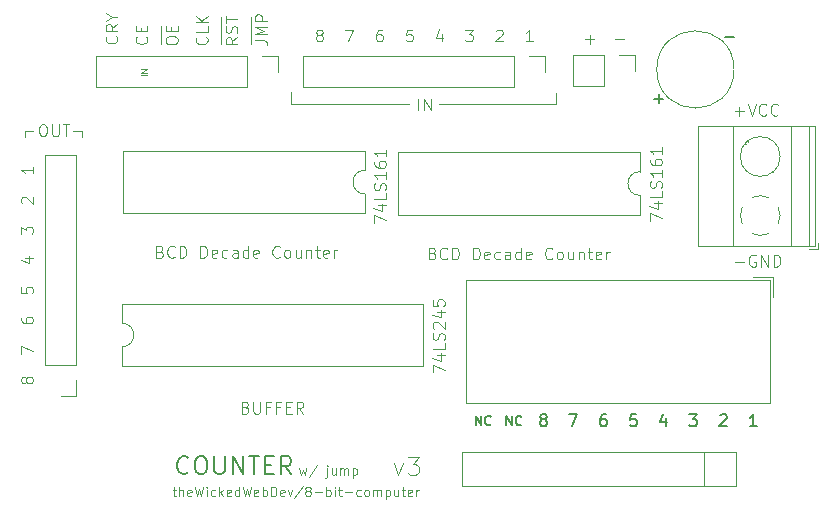
<source format=gbr>
%TF.GenerationSoftware,KiCad,Pcbnew,(5.1.9-0-10_14)*%
%TF.CreationDate,2021-06-29T22:32:57-04:00*%
%TF.ProjectId,COUNTER,434f554e-5445-4522-9e6b-696361645f70,rev?*%
%TF.SameCoordinates,Original*%
%TF.FileFunction,Legend,Top*%
%TF.FilePolarity,Positive*%
%FSLAX46Y46*%
G04 Gerber Fmt 4.6, Leading zero omitted, Abs format (unit mm)*
G04 Created by KiCad (PCBNEW (5.1.9-0-10_14)) date 2021-06-29 22:32:57*
%MOMM*%
%LPD*%
G01*
G04 APERTURE LIST*
%ADD10C,0.100000*%
%ADD11C,0.120000*%
%ADD12C,0.150000*%
G04 APERTURE END LIST*
D10*
X109482071Y-69973071D02*
X109839214Y-70973071D01*
X110196357Y-69973071D01*
X110624928Y-69473071D02*
X111553500Y-69473071D01*
X111053500Y-70044500D01*
X111267785Y-70044500D01*
X111410642Y-70115928D01*
X111482071Y-70187357D01*
X111553500Y-70330214D01*
X111553500Y-70687357D01*
X111482071Y-70830214D01*
X111410642Y-70901642D01*
X111267785Y-70973071D01*
X110839214Y-70973071D01*
X110696357Y-70901642D01*
X110624928Y-70830214D01*
D11*
X94805500Y-32448500D02*
X94805500Y-32194500D01*
X97345500Y-32448500D02*
X97345500Y-32194500D01*
X94805500Y-32448500D02*
X94805500Y-34480500D01*
X97345500Y-32448500D02*
X97345500Y-34480500D01*
X89725500Y-32956500D02*
X89725500Y-34480500D01*
D10*
X85958642Y-33807547D02*
X86006261Y-33855166D01*
X86053880Y-33998023D01*
X86053880Y-34093261D01*
X86006261Y-34236119D01*
X85911023Y-34331357D01*
X85815785Y-34378976D01*
X85625309Y-34426595D01*
X85482452Y-34426595D01*
X85291976Y-34378976D01*
X85196738Y-34331357D01*
X85101500Y-34236119D01*
X85053880Y-34093261D01*
X85053880Y-33998023D01*
X85101500Y-33855166D01*
X85149119Y-33807547D01*
X86053880Y-32807547D02*
X85577690Y-33140880D01*
X86053880Y-33378976D02*
X85053880Y-33378976D01*
X85053880Y-32998023D01*
X85101500Y-32902785D01*
X85149119Y-32855166D01*
X85244357Y-32807547D01*
X85387214Y-32807547D01*
X85482452Y-32855166D01*
X85530071Y-32902785D01*
X85577690Y-32998023D01*
X85577690Y-33378976D01*
X85577690Y-32188500D02*
X86053880Y-32188500D01*
X85053880Y-32521833D02*
X85577690Y-32188500D01*
X85053880Y-31855166D01*
D11*
X123151500Y-39568500D02*
X123151500Y-38618500D01*
X113241500Y-39568500D02*
X123151500Y-39568500D01*
X100721500Y-39568500D02*
X100721500Y-38578500D01*
X110711500Y-39568500D02*
X100721500Y-39568500D01*
D10*
X111507690Y-40090880D02*
X111507690Y-39090880D01*
X111983880Y-40090880D02*
X111983880Y-39090880D01*
X112555309Y-40090880D01*
X112555309Y-39090880D01*
D12*
X131490547Y-39099928D02*
X132252452Y-39099928D01*
X131871500Y-39480880D02*
X131871500Y-38718976D01*
X137460547Y-33899928D02*
X138222452Y-33899928D01*
D10*
X138316738Y-52939928D02*
X139078642Y-52939928D01*
X140078642Y-52368500D02*
X139983404Y-52320880D01*
X139840547Y-52320880D01*
X139697690Y-52368500D01*
X139602452Y-52463738D01*
X139554833Y-52558976D01*
X139507214Y-52749452D01*
X139507214Y-52892309D01*
X139554833Y-53082785D01*
X139602452Y-53178023D01*
X139697690Y-53273261D01*
X139840547Y-53320880D01*
X139935785Y-53320880D01*
X140078642Y-53273261D01*
X140126261Y-53225642D01*
X140126261Y-52892309D01*
X139935785Y-52892309D01*
X140554833Y-53320880D02*
X140554833Y-52320880D01*
X141126261Y-53320880D01*
X141126261Y-52320880D01*
X141602452Y-53320880D02*
X141602452Y-52320880D01*
X141840547Y-52320880D01*
X141983404Y-52368500D01*
X142078642Y-52463738D01*
X142126261Y-52558976D01*
X142173880Y-52749452D01*
X142173880Y-52892309D01*
X142126261Y-53082785D01*
X142078642Y-53178023D01*
X141983404Y-53273261D01*
X141840547Y-53320880D01*
X141602452Y-53320880D01*
X138311976Y-40149928D02*
X139073880Y-40149928D01*
X138692928Y-40530880D02*
X138692928Y-39768976D01*
X139407214Y-39530880D02*
X139740547Y-40530880D01*
X140073880Y-39530880D01*
X140978642Y-40435642D02*
X140931023Y-40483261D01*
X140788166Y-40530880D01*
X140692928Y-40530880D01*
X140550071Y-40483261D01*
X140454833Y-40388023D01*
X140407214Y-40292785D01*
X140359595Y-40102309D01*
X140359595Y-39959452D01*
X140407214Y-39768976D01*
X140454833Y-39673738D01*
X140550071Y-39578500D01*
X140692928Y-39530880D01*
X140788166Y-39530880D01*
X140931023Y-39578500D01*
X140978642Y-39626119D01*
X141978642Y-40435642D02*
X141931023Y-40483261D01*
X141788166Y-40530880D01*
X141692928Y-40530880D01*
X141550071Y-40483261D01*
X141454833Y-40388023D01*
X141407214Y-40292785D01*
X141359595Y-40102309D01*
X141359595Y-39959452D01*
X141407214Y-39768976D01*
X141454833Y-39673738D01*
X141550071Y-39578500D01*
X141692928Y-39530880D01*
X141788166Y-39530880D01*
X141931023Y-39578500D01*
X141978642Y-39626119D01*
D12*
X116372928Y-66750404D02*
X116372928Y-65950404D01*
X116830071Y-66750404D01*
X116830071Y-65950404D01*
X117668166Y-66674214D02*
X117630071Y-66712309D01*
X117515785Y-66750404D01*
X117439595Y-66750404D01*
X117325309Y-66712309D01*
X117249119Y-66636119D01*
X117211023Y-66559928D01*
X117172928Y-66407547D01*
X117172928Y-66293261D01*
X117211023Y-66140880D01*
X117249119Y-66064690D01*
X117325309Y-65988500D01*
X117439595Y-65950404D01*
X117515785Y-65950404D01*
X117630071Y-65988500D01*
X117668166Y-66026595D01*
X118962928Y-66770404D02*
X118962928Y-65970404D01*
X119420071Y-66770404D01*
X119420071Y-65970404D01*
X120258166Y-66694214D02*
X120220071Y-66732309D01*
X120105785Y-66770404D01*
X120029595Y-66770404D01*
X119915309Y-66732309D01*
X119839119Y-66656119D01*
X119801023Y-66579928D01*
X119762928Y-66427547D01*
X119762928Y-66313261D01*
X119801023Y-66160880D01*
X119839119Y-66084690D01*
X119915309Y-66008500D01*
X120029595Y-65970404D01*
X120105785Y-65970404D01*
X120220071Y-66008500D01*
X120258166Y-66046595D01*
X140177214Y-66830880D02*
X139605785Y-66830880D01*
X139891500Y-66830880D02*
X139891500Y-65830880D01*
X139796261Y-65973738D01*
X139701023Y-66068976D01*
X139605785Y-66116595D01*
X137065785Y-65926119D02*
X137113404Y-65878500D01*
X137208642Y-65830880D01*
X137446738Y-65830880D01*
X137541976Y-65878500D01*
X137589595Y-65926119D01*
X137637214Y-66021357D01*
X137637214Y-66116595D01*
X137589595Y-66259452D01*
X137018166Y-66830880D01*
X137637214Y-66830880D01*
X134478166Y-65830880D02*
X135097214Y-65830880D01*
X134763880Y-66211833D01*
X134906738Y-66211833D01*
X135001976Y-66259452D01*
X135049595Y-66307071D01*
X135097214Y-66402309D01*
X135097214Y-66640404D01*
X135049595Y-66735642D01*
X135001976Y-66783261D01*
X134906738Y-66830880D01*
X134621023Y-66830880D01*
X134525785Y-66783261D01*
X134478166Y-66735642D01*
X132461976Y-66164214D02*
X132461976Y-66830880D01*
X132223880Y-65783261D02*
X131985785Y-66497547D01*
X132604833Y-66497547D01*
X129969595Y-65830880D02*
X129493404Y-65830880D01*
X129445785Y-66307071D01*
X129493404Y-66259452D01*
X129588642Y-66211833D01*
X129826738Y-66211833D01*
X129921976Y-66259452D01*
X129969595Y-66307071D01*
X130017214Y-66402309D01*
X130017214Y-66640404D01*
X129969595Y-66735642D01*
X129921976Y-66783261D01*
X129826738Y-66830880D01*
X129588642Y-66830880D01*
X129493404Y-66783261D01*
X129445785Y-66735642D01*
X127381976Y-65830880D02*
X127191500Y-65830880D01*
X127096261Y-65878500D01*
X127048642Y-65926119D01*
X126953404Y-66068976D01*
X126905785Y-66259452D01*
X126905785Y-66640404D01*
X126953404Y-66735642D01*
X127001023Y-66783261D01*
X127096261Y-66830880D01*
X127286738Y-66830880D01*
X127381976Y-66783261D01*
X127429595Y-66735642D01*
X127477214Y-66640404D01*
X127477214Y-66402309D01*
X127429595Y-66307071D01*
X127381976Y-66259452D01*
X127286738Y-66211833D01*
X127096261Y-66211833D01*
X127001023Y-66259452D01*
X126953404Y-66307071D01*
X126905785Y-66402309D01*
X124318166Y-65830880D02*
X124984833Y-65830880D01*
X124556261Y-66830880D01*
X122016261Y-66259452D02*
X121921023Y-66211833D01*
X121873404Y-66164214D01*
X121825785Y-66068976D01*
X121825785Y-66021357D01*
X121873404Y-65926119D01*
X121921023Y-65878500D01*
X122016261Y-65830880D01*
X122206738Y-65830880D01*
X122301976Y-65878500D01*
X122349595Y-65926119D01*
X122397214Y-66021357D01*
X122397214Y-66068976D01*
X122349595Y-66164214D01*
X122301976Y-66211833D01*
X122206738Y-66259452D01*
X122016261Y-66259452D01*
X121921023Y-66307071D01*
X121873404Y-66354690D01*
X121825785Y-66449928D01*
X121825785Y-66640404D01*
X121873404Y-66735642D01*
X121921023Y-66783261D01*
X122016261Y-66830880D01*
X122206738Y-66830880D01*
X122301976Y-66783261D01*
X122349595Y-66735642D01*
X122397214Y-66640404D01*
X122397214Y-66449928D01*
X122349595Y-66354690D01*
X122301976Y-66307071D01*
X122206738Y-66259452D01*
D10*
X112729595Y-52187071D02*
X112872452Y-52234690D01*
X112920071Y-52282309D01*
X112967690Y-52377547D01*
X112967690Y-52520404D01*
X112920071Y-52615642D01*
X112872452Y-52663261D01*
X112777214Y-52710880D01*
X112396261Y-52710880D01*
X112396261Y-51710880D01*
X112729595Y-51710880D01*
X112824833Y-51758500D01*
X112872452Y-51806119D01*
X112920071Y-51901357D01*
X112920071Y-51996595D01*
X112872452Y-52091833D01*
X112824833Y-52139452D01*
X112729595Y-52187071D01*
X112396261Y-52187071D01*
X113967690Y-52615642D02*
X113920071Y-52663261D01*
X113777214Y-52710880D01*
X113681976Y-52710880D01*
X113539119Y-52663261D01*
X113443880Y-52568023D01*
X113396261Y-52472785D01*
X113348642Y-52282309D01*
X113348642Y-52139452D01*
X113396261Y-51948976D01*
X113443880Y-51853738D01*
X113539119Y-51758500D01*
X113681976Y-51710880D01*
X113777214Y-51710880D01*
X113920071Y-51758500D01*
X113967690Y-51806119D01*
X114396261Y-52710880D02*
X114396261Y-51710880D01*
X114634357Y-51710880D01*
X114777214Y-51758500D01*
X114872452Y-51853738D01*
X114920071Y-51948976D01*
X114967690Y-52139452D01*
X114967690Y-52282309D01*
X114920071Y-52472785D01*
X114872452Y-52568023D01*
X114777214Y-52663261D01*
X114634357Y-52710880D01*
X114396261Y-52710880D01*
X116158166Y-52710880D02*
X116158166Y-51710880D01*
X116396261Y-51710880D01*
X116539119Y-51758500D01*
X116634357Y-51853738D01*
X116681976Y-51948976D01*
X116729595Y-52139452D01*
X116729595Y-52282309D01*
X116681976Y-52472785D01*
X116634357Y-52568023D01*
X116539119Y-52663261D01*
X116396261Y-52710880D01*
X116158166Y-52710880D01*
X117539119Y-52663261D02*
X117443880Y-52710880D01*
X117253404Y-52710880D01*
X117158166Y-52663261D01*
X117110547Y-52568023D01*
X117110547Y-52187071D01*
X117158166Y-52091833D01*
X117253404Y-52044214D01*
X117443880Y-52044214D01*
X117539119Y-52091833D01*
X117586738Y-52187071D01*
X117586738Y-52282309D01*
X117110547Y-52377547D01*
X118443880Y-52663261D02*
X118348642Y-52710880D01*
X118158166Y-52710880D01*
X118062928Y-52663261D01*
X118015309Y-52615642D01*
X117967690Y-52520404D01*
X117967690Y-52234690D01*
X118015309Y-52139452D01*
X118062928Y-52091833D01*
X118158166Y-52044214D01*
X118348642Y-52044214D01*
X118443880Y-52091833D01*
X119301023Y-52710880D02*
X119301023Y-52187071D01*
X119253404Y-52091833D01*
X119158166Y-52044214D01*
X118967690Y-52044214D01*
X118872452Y-52091833D01*
X119301023Y-52663261D02*
X119205785Y-52710880D01*
X118967690Y-52710880D01*
X118872452Y-52663261D01*
X118824833Y-52568023D01*
X118824833Y-52472785D01*
X118872452Y-52377547D01*
X118967690Y-52329928D01*
X119205785Y-52329928D01*
X119301023Y-52282309D01*
X120205785Y-52710880D02*
X120205785Y-51710880D01*
X120205785Y-52663261D02*
X120110547Y-52710880D01*
X119920071Y-52710880D01*
X119824833Y-52663261D01*
X119777214Y-52615642D01*
X119729595Y-52520404D01*
X119729595Y-52234690D01*
X119777214Y-52139452D01*
X119824833Y-52091833D01*
X119920071Y-52044214D01*
X120110547Y-52044214D01*
X120205785Y-52091833D01*
X121062928Y-52663261D02*
X120967690Y-52710880D01*
X120777214Y-52710880D01*
X120681976Y-52663261D01*
X120634357Y-52568023D01*
X120634357Y-52187071D01*
X120681976Y-52091833D01*
X120777214Y-52044214D01*
X120967690Y-52044214D01*
X121062928Y-52091833D01*
X121110547Y-52187071D01*
X121110547Y-52282309D01*
X120634357Y-52377547D01*
X122872452Y-52615642D02*
X122824833Y-52663261D01*
X122681976Y-52710880D01*
X122586738Y-52710880D01*
X122443880Y-52663261D01*
X122348642Y-52568023D01*
X122301023Y-52472785D01*
X122253404Y-52282309D01*
X122253404Y-52139452D01*
X122301023Y-51948976D01*
X122348642Y-51853738D01*
X122443880Y-51758500D01*
X122586738Y-51710880D01*
X122681976Y-51710880D01*
X122824833Y-51758500D01*
X122872452Y-51806119D01*
X123443880Y-52710880D02*
X123348642Y-52663261D01*
X123301023Y-52615642D01*
X123253404Y-52520404D01*
X123253404Y-52234690D01*
X123301023Y-52139452D01*
X123348642Y-52091833D01*
X123443880Y-52044214D01*
X123586738Y-52044214D01*
X123681976Y-52091833D01*
X123729595Y-52139452D01*
X123777214Y-52234690D01*
X123777214Y-52520404D01*
X123729595Y-52615642D01*
X123681976Y-52663261D01*
X123586738Y-52710880D01*
X123443880Y-52710880D01*
X124634357Y-52044214D02*
X124634357Y-52710880D01*
X124205785Y-52044214D02*
X124205785Y-52568023D01*
X124253404Y-52663261D01*
X124348642Y-52710880D01*
X124491500Y-52710880D01*
X124586738Y-52663261D01*
X124634357Y-52615642D01*
X125110547Y-52044214D02*
X125110547Y-52710880D01*
X125110547Y-52139452D02*
X125158166Y-52091833D01*
X125253404Y-52044214D01*
X125396261Y-52044214D01*
X125491500Y-52091833D01*
X125539119Y-52187071D01*
X125539119Y-52710880D01*
X125872452Y-52044214D02*
X126253404Y-52044214D01*
X126015309Y-51710880D02*
X126015309Y-52568023D01*
X126062928Y-52663261D01*
X126158166Y-52710880D01*
X126253404Y-52710880D01*
X126967690Y-52663261D02*
X126872452Y-52710880D01*
X126681976Y-52710880D01*
X126586738Y-52663261D01*
X126539119Y-52568023D01*
X126539119Y-52187071D01*
X126586738Y-52091833D01*
X126681976Y-52044214D01*
X126872452Y-52044214D01*
X126967690Y-52091833D01*
X127015309Y-52187071D01*
X127015309Y-52282309D01*
X126539119Y-52377547D01*
X127443880Y-52710880D02*
X127443880Y-52044214D01*
X127443880Y-52234690D02*
X127491500Y-52139452D01*
X127539119Y-52091833D01*
X127634357Y-52044214D01*
X127729595Y-52044214D01*
X78894780Y-44849285D02*
X78894780Y-45420714D01*
X78894780Y-45135000D02*
X77894780Y-45135000D01*
X78037638Y-45230238D01*
X78132876Y-45325476D01*
X78180495Y-45420714D01*
X77990019Y-47960714D02*
X77942400Y-47913095D01*
X77894780Y-47817857D01*
X77894780Y-47579761D01*
X77942400Y-47484523D01*
X77990019Y-47436904D01*
X78085257Y-47389285D01*
X78180495Y-47389285D01*
X78323352Y-47436904D01*
X78894780Y-48008333D01*
X78894780Y-47389285D01*
X77894780Y-50548333D02*
X77894780Y-49929285D01*
X78275733Y-50262619D01*
X78275733Y-50119761D01*
X78323352Y-50024523D01*
X78370971Y-49976904D01*
X78466209Y-49929285D01*
X78704304Y-49929285D01*
X78799542Y-49976904D01*
X78847161Y-50024523D01*
X78894780Y-50119761D01*
X78894780Y-50405476D01*
X78847161Y-50500714D01*
X78799542Y-50548333D01*
X78228114Y-52564523D02*
X78894780Y-52564523D01*
X77847161Y-52802619D02*
X78561447Y-53040714D01*
X78561447Y-52421666D01*
X77894780Y-55056904D02*
X77894780Y-55533095D01*
X78370971Y-55580714D01*
X78323352Y-55533095D01*
X78275733Y-55437857D01*
X78275733Y-55199761D01*
X78323352Y-55104523D01*
X78370971Y-55056904D01*
X78466209Y-55009285D01*
X78704304Y-55009285D01*
X78799542Y-55056904D01*
X78847161Y-55104523D01*
X78894780Y-55199761D01*
X78894780Y-55437857D01*
X78847161Y-55533095D01*
X78799542Y-55580714D01*
X77894780Y-57644523D02*
X77894780Y-57835000D01*
X77942400Y-57930238D01*
X77990019Y-57977857D01*
X78132876Y-58073095D01*
X78323352Y-58120714D01*
X78704304Y-58120714D01*
X78799542Y-58073095D01*
X78847161Y-58025476D01*
X78894780Y-57930238D01*
X78894780Y-57739761D01*
X78847161Y-57644523D01*
X78799542Y-57596904D01*
X78704304Y-57549285D01*
X78466209Y-57549285D01*
X78370971Y-57596904D01*
X78323352Y-57644523D01*
X78275733Y-57739761D01*
X78275733Y-57930238D01*
X78323352Y-58025476D01*
X78370971Y-58073095D01*
X78466209Y-58120714D01*
X77894780Y-60708333D02*
X77894780Y-60041666D01*
X78894780Y-60470238D01*
D11*
X78201500Y-41828500D02*
X78201500Y-42328500D01*
X78941500Y-41828500D02*
X78201500Y-41828500D01*
X83011500Y-41818500D02*
X83011500Y-42318500D01*
X82291500Y-41818500D02*
X83011500Y-41818500D01*
D10*
X121207214Y-34260880D02*
X120635785Y-34260880D01*
X120921500Y-34260880D02*
X120921500Y-33260880D01*
X120826261Y-33403738D01*
X120731023Y-33498976D01*
X120635785Y-33546595D01*
X118095785Y-33356119D02*
X118143404Y-33308500D01*
X118238642Y-33260880D01*
X118476738Y-33260880D01*
X118571976Y-33308500D01*
X118619595Y-33356119D01*
X118667214Y-33451357D01*
X118667214Y-33546595D01*
X118619595Y-33689452D01*
X118048166Y-34260880D01*
X118667214Y-34260880D01*
X115508166Y-33260880D02*
X116127214Y-33260880D01*
X115793880Y-33641833D01*
X115936738Y-33641833D01*
X116031976Y-33689452D01*
X116079595Y-33737071D01*
X116127214Y-33832309D01*
X116127214Y-34070404D01*
X116079595Y-34165642D01*
X116031976Y-34213261D01*
X115936738Y-34260880D01*
X115651023Y-34260880D01*
X115555785Y-34213261D01*
X115508166Y-34165642D01*
X113491976Y-33594214D02*
X113491976Y-34260880D01*
X113253880Y-33213261D02*
X113015785Y-33927547D01*
X113634833Y-33927547D01*
X110999595Y-33260880D02*
X110523404Y-33260880D01*
X110475785Y-33737071D01*
X110523404Y-33689452D01*
X110618642Y-33641833D01*
X110856738Y-33641833D01*
X110951976Y-33689452D01*
X110999595Y-33737071D01*
X111047214Y-33832309D01*
X111047214Y-34070404D01*
X110999595Y-34165642D01*
X110951976Y-34213261D01*
X110856738Y-34260880D01*
X110618642Y-34260880D01*
X110523404Y-34213261D01*
X110475785Y-34165642D01*
X108411976Y-33260880D02*
X108221500Y-33260880D01*
X108126261Y-33308500D01*
X108078642Y-33356119D01*
X107983404Y-33498976D01*
X107935785Y-33689452D01*
X107935785Y-34070404D01*
X107983404Y-34165642D01*
X108031023Y-34213261D01*
X108126261Y-34260880D01*
X108316738Y-34260880D01*
X108411976Y-34213261D01*
X108459595Y-34165642D01*
X108507214Y-34070404D01*
X108507214Y-33832309D01*
X108459595Y-33737071D01*
X108411976Y-33689452D01*
X108316738Y-33641833D01*
X108126261Y-33641833D01*
X108031023Y-33689452D01*
X107983404Y-33737071D01*
X107935785Y-33832309D01*
X105348166Y-33260880D02*
X106014833Y-33260880D01*
X105586261Y-34260880D01*
X88498642Y-33841357D02*
X88546261Y-33888976D01*
X88593880Y-34031833D01*
X88593880Y-34127071D01*
X88546261Y-34269928D01*
X88451023Y-34365166D01*
X88355785Y-34412785D01*
X88165309Y-34460404D01*
X88022452Y-34460404D01*
X87831976Y-34412785D01*
X87736738Y-34365166D01*
X87641500Y-34269928D01*
X87593880Y-34127071D01*
X87593880Y-34031833D01*
X87641500Y-33888976D01*
X87689119Y-33841357D01*
X88070071Y-33412785D02*
X88070071Y-33079452D01*
X88593880Y-32936595D02*
X88593880Y-33412785D01*
X87593880Y-33412785D01*
X87593880Y-32936595D01*
X90143880Y-34246119D02*
X90143880Y-34055642D01*
X90191500Y-33960404D01*
X90286738Y-33865166D01*
X90477214Y-33817547D01*
X90810547Y-33817547D01*
X91001023Y-33865166D01*
X91096261Y-33960404D01*
X91143880Y-34055642D01*
X91143880Y-34246119D01*
X91096261Y-34341357D01*
X91001023Y-34436595D01*
X90810547Y-34484214D01*
X90477214Y-34484214D01*
X90286738Y-34436595D01*
X90191500Y-34341357D01*
X90143880Y-34246119D01*
X90620071Y-33388976D02*
X90620071Y-33055642D01*
X91143880Y-32912785D02*
X91143880Y-33388976D01*
X90143880Y-33388976D01*
X90143880Y-32912785D01*
X101435309Y-70407071D02*
X101587690Y-70940404D01*
X101740071Y-70559452D01*
X101892452Y-70940404D01*
X102044833Y-70407071D01*
X102921023Y-70102309D02*
X102235309Y-71130880D01*
X103797214Y-70407071D02*
X103797214Y-71092785D01*
X103759119Y-71168976D01*
X103682928Y-71207071D01*
X103644833Y-71207071D01*
X103797214Y-70140404D02*
X103759119Y-70178500D01*
X103797214Y-70216595D01*
X103835309Y-70178500D01*
X103797214Y-70140404D01*
X103797214Y-70216595D01*
X104521023Y-70407071D02*
X104521023Y-70940404D01*
X104178166Y-70407071D02*
X104178166Y-70826119D01*
X104216261Y-70902309D01*
X104292452Y-70940404D01*
X104406738Y-70940404D01*
X104482928Y-70902309D01*
X104521023Y-70864214D01*
X104901976Y-70940404D02*
X104901976Y-70407071D01*
X104901976Y-70483261D02*
X104940071Y-70445166D01*
X105016261Y-70407071D01*
X105130547Y-70407071D01*
X105206738Y-70445166D01*
X105244833Y-70521357D01*
X105244833Y-70940404D01*
X105244833Y-70521357D02*
X105282928Y-70445166D01*
X105359119Y-70407071D01*
X105473404Y-70407071D01*
X105549595Y-70445166D01*
X105587690Y-70521357D01*
X105587690Y-70940404D01*
X105968642Y-70407071D02*
X105968642Y-71207071D01*
X105968642Y-70445166D02*
X106044833Y-70407071D01*
X106197214Y-70407071D01*
X106273404Y-70445166D01*
X106311500Y-70483261D01*
X106349595Y-70559452D01*
X106349595Y-70788023D01*
X106311500Y-70864214D01*
X106273404Y-70902309D01*
X106197214Y-70940404D01*
X106044833Y-70940404D01*
X105968642Y-70902309D01*
X79651500Y-41270880D02*
X79841976Y-41270880D01*
X79937214Y-41318500D01*
X80032452Y-41413738D01*
X80080071Y-41604214D01*
X80080071Y-41937547D01*
X80032452Y-42128023D01*
X79937214Y-42223261D01*
X79841976Y-42270880D01*
X79651500Y-42270880D01*
X79556261Y-42223261D01*
X79461023Y-42128023D01*
X79413404Y-41937547D01*
X79413404Y-41604214D01*
X79461023Y-41413738D01*
X79556261Y-41318500D01*
X79651500Y-41270880D01*
X80508642Y-41270880D02*
X80508642Y-42080404D01*
X80556261Y-42175642D01*
X80603880Y-42223261D01*
X80699119Y-42270880D01*
X80889595Y-42270880D01*
X80984833Y-42223261D01*
X81032452Y-42175642D01*
X81080071Y-42080404D01*
X81080071Y-41270880D01*
X81413404Y-41270880D02*
X81984833Y-41270880D01*
X81699119Y-42270880D02*
X81699119Y-41270880D01*
X89649595Y-52047071D02*
X89792452Y-52094690D01*
X89840071Y-52142309D01*
X89887690Y-52237547D01*
X89887690Y-52380404D01*
X89840071Y-52475642D01*
X89792452Y-52523261D01*
X89697214Y-52570880D01*
X89316261Y-52570880D01*
X89316261Y-51570880D01*
X89649595Y-51570880D01*
X89744833Y-51618500D01*
X89792452Y-51666119D01*
X89840071Y-51761357D01*
X89840071Y-51856595D01*
X89792452Y-51951833D01*
X89744833Y-51999452D01*
X89649595Y-52047071D01*
X89316261Y-52047071D01*
X90887690Y-52475642D02*
X90840071Y-52523261D01*
X90697214Y-52570880D01*
X90601976Y-52570880D01*
X90459119Y-52523261D01*
X90363880Y-52428023D01*
X90316261Y-52332785D01*
X90268642Y-52142309D01*
X90268642Y-51999452D01*
X90316261Y-51808976D01*
X90363880Y-51713738D01*
X90459119Y-51618500D01*
X90601976Y-51570880D01*
X90697214Y-51570880D01*
X90840071Y-51618500D01*
X90887690Y-51666119D01*
X91316261Y-52570880D02*
X91316261Y-51570880D01*
X91554357Y-51570880D01*
X91697214Y-51618500D01*
X91792452Y-51713738D01*
X91840071Y-51808976D01*
X91887690Y-51999452D01*
X91887690Y-52142309D01*
X91840071Y-52332785D01*
X91792452Y-52428023D01*
X91697214Y-52523261D01*
X91554357Y-52570880D01*
X91316261Y-52570880D01*
X93078166Y-52570880D02*
X93078166Y-51570880D01*
X93316261Y-51570880D01*
X93459119Y-51618500D01*
X93554357Y-51713738D01*
X93601976Y-51808976D01*
X93649595Y-51999452D01*
X93649595Y-52142309D01*
X93601976Y-52332785D01*
X93554357Y-52428023D01*
X93459119Y-52523261D01*
X93316261Y-52570880D01*
X93078166Y-52570880D01*
X94459119Y-52523261D02*
X94363880Y-52570880D01*
X94173404Y-52570880D01*
X94078166Y-52523261D01*
X94030547Y-52428023D01*
X94030547Y-52047071D01*
X94078166Y-51951833D01*
X94173404Y-51904214D01*
X94363880Y-51904214D01*
X94459119Y-51951833D01*
X94506738Y-52047071D01*
X94506738Y-52142309D01*
X94030547Y-52237547D01*
X95363880Y-52523261D02*
X95268642Y-52570880D01*
X95078166Y-52570880D01*
X94982928Y-52523261D01*
X94935309Y-52475642D01*
X94887690Y-52380404D01*
X94887690Y-52094690D01*
X94935309Y-51999452D01*
X94982928Y-51951833D01*
X95078166Y-51904214D01*
X95268642Y-51904214D01*
X95363880Y-51951833D01*
X96221023Y-52570880D02*
X96221023Y-52047071D01*
X96173404Y-51951833D01*
X96078166Y-51904214D01*
X95887690Y-51904214D01*
X95792452Y-51951833D01*
X96221023Y-52523261D02*
X96125785Y-52570880D01*
X95887690Y-52570880D01*
X95792452Y-52523261D01*
X95744833Y-52428023D01*
X95744833Y-52332785D01*
X95792452Y-52237547D01*
X95887690Y-52189928D01*
X96125785Y-52189928D01*
X96221023Y-52142309D01*
X97125785Y-52570880D02*
X97125785Y-51570880D01*
X97125785Y-52523261D02*
X97030547Y-52570880D01*
X96840071Y-52570880D01*
X96744833Y-52523261D01*
X96697214Y-52475642D01*
X96649595Y-52380404D01*
X96649595Y-52094690D01*
X96697214Y-51999452D01*
X96744833Y-51951833D01*
X96840071Y-51904214D01*
X97030547Y-51904214D01*
X97125785Y-51951833D01*
X97982928Y-52523261D02*
X97887690Y-52570880D01*
X97697214Y-52570880D01*
X97601976Y-52523261D01*
X97554357Y-52428023D01*
X97554357Y-52047071D01*
X97601976Y-51951833D01*
X97697214Y-51904214D01*
X97887690Y-51904214D01*
X97982928Y-51951833D01*
X98030547Y-52047071D01*
X98030547Y-52142309D01*
X97554357Y-52237547D01*
X99792452Y-52475642D02*
X99744833Y-52523261D01*
X99601976Y-52570880D01*
X99506738Y-52570880D01*
X99363880Y-52523261D01*
X99268642Y-52428023D01*
X99221023Y-52332785D01*
X99173404Y-52142309D01*
X99173404Y-51999452D01*
X99221023Y-51808976D01*
X99268642Y-51713738D01*
X99363880Y-51618500D01*
X99506738Y-51570880D01*
X99601976Y-51570880D01*
X99744833Y-51618500D01*
X99792452Y-51666119D01*
X100363880Y-52570880D02*
X100268642Y-52523261D01*
X100221023Y-52475642D01*
X100173404Y-52380404D01*
X100173404Y-52094690D01*
X100221023Y-51999452D01*
X100268642Y-51951833D01*
X100363880Y-51904214D01*
X100506738Y-51904214D01*
X100601976Y-51951833D01*
X100649595Y-51999452D01*
X100697214Y-52094690D01*
X100697214Y-52380404D01*
X100649595Y-52475642D01*
X100601976Y-52523261D01*
X100506738Y-52570880D01*
X100363880Y-52570880D01*
X101554357Y-51904214D02*
X101554357Y-52570880D01*
X101125785Y-51904214D02*
X101125785Y-52428023D01*
X101173404Y-52523261D01*
X101268642Y-52570880D01*
X101411500Y-52570880D01*
X101506738Y-52523261D01*
X101554357Y-52475642D01*
X102030547Y-51904214D02*
X102030547Y-52570880D01*
X102030547Y-51999452D02*
X102078166Y-51951833D01*
X102173404Y-51904214D01*
X102316261Y-51904214D01*
X102411500Y-51951833D01*
X102459119Y-52047071D01*
X102459119Y-52570880D01*
X102792452Y-51904214D02*
X103173404Y-51904214D01*
X102935309Y-51570880D02*
X102935309Y-52428023D01*
X102982928Y-52523261D01*
X103078166Y-52570880D01*
X103173404Y-52570880D01*
X103887690Y-52523261D02*
X103792452Y-52570880D01*
X103601976Y-52570880D01*
X103506738Y-52523261D01*
X103459119Y-52428023D01*
X103459119Y-52047071D01*
X103506738Y-51951833D01*
X103601976Y-51904214D01*
X103792452Y-51904214D01*
X103887690Y-51951833D01*
X103935309Y-52047071D01*
X103935309Y-52142309D01*
X103459119Y-52237547D01*
X104363880Y-52570880D02*
X104363880Y-51904214D01*
X104363880Y-52094690D02*
X104411500Y-51999452D01*
X104459119Y-51951833D01*
X104554357Y-51904214D01*
X104649595Y-51904214D01*
X112743880Y-62287547D02*
X112743880Y-61620880D01*
X113743880Y-62049452D01*
X113077214Y-60811357D02*
X113743880Y-60811357D01*
X112696261Y-61049452D02*
X113410547Y-61287547D01*
X113410547Y-60668500D01*
X113743880Y-59811357D02*
X113743880Y-60287547D01*
X112743880Y-60287547D01*
X113696261Y-59525642D02*
X113743880Y-59382785D01*
X113743880Y-59144690D01*
X113696261Y-59049452D01*
X113648642Y-59001833D01*
X113553404Y-58954214D01*
X113458166Y-58954214D01*
X113362928Y-59001833D01*
X113315309Y-59049452D01*
X113267690Y-59144690D01*
X113220071Y-59335166D01*
X113172452Y-59430404D01*
X113124833Y-59478023D01*
X113029595Y-59525642D01*
X112934357Y-59525642D01*
X112839119Y-59478023D01*
X112791500Y-59430404D01*
X112743880Y-59335166D01*
X112743880Y-59097071D01*
X112791500Y-58954214D01*
X112839119Y-58573261D02*
X112791500Y-58525642D01*
X112743880Y-58430404D01*
X112743880Y-58192309D01*
X112791500Y-58097071D01*
X112839119Y-58049452D01*
X112934357Y-58001833D01*
X113029595Y-58001833D01*
X113172452Y-58049452D01*
X113743880Y-58620880D01*
X113743880Y-58001833D01*
X113077214Y-57144690D02*
X113743880Y-57144690D01*
X112696261Y-57382785D02*
X113410547Y-57620880D01*
X113410547Y-57001833D01*
X112743880Y-56144690D02*
X112743880Y-56620880D01*
X113220071Y-56668500D01*
X113172452Y-56620880D01*
X113124833Y-56525642D01*
X113124833Y-56287547D01*
X113172452Y-56192309D01*
X113220071Y-56144690D01*
X113315309Y-56097071D01*
X113553404Y-56097071D01*
X113648642Y-56144690D01*
X113696261Y-56192309D01*
X113743880Y-56287547D01*
X113743880Y-56525642D01*
X113696261Y-56620880D01*
X113648642Y-56668500D01*
X131143880Y-49427547D02*
X131143880Y-48760880D01*
X132143880Y-49189452D01*
X131477214Y-47951357D02*
X132143880Y-47951357D01*
X131096261Y-48189452D02*
X131810547Y-48427547D01*
X131810547Y-47808500D01*
X132143880Y-46951357D02*
X132143880Y-47427547D01*
X131143880Y-47427547D01*
X132096261Y-46665642D02*
X132143880Y-46522785D01*
X132143880Y-46284690D01*
X132096261Y-46189452D01*
X132048642Y-46141833D01*
X131953404Y-46094214D01*
X131858166Y-46094214D01*
X131762928Y-46141833D01*
X131715309Y-46189452D01*
X131667690Y-46284690D01*
X131620071Y-46475166D01*
X131572452Y-46570404D01*
X131524833Y-46618023D01*
X131429595Y-46665642D01*
X131334357Y-46665642D01*
X131239119Y-46618023D01*
X131191500Y-46570404D01*
X131143880Y-46475166D01*
X131143880Y-46237071D01*
X131191500Y-46094214D01*
X132143880Y-45141833D02*
X132143880Y-45713261D01*
X132143880Y-45427547D02*
X131143880Y-45427547D01*
X131286738Y-45522785D01*
X131381976Y-45618023D01*
X131429595Y-45713261D01*
X131143880Y-44284690D02*
X131143880Y-44475166D01*
X131191500Y-44570404D01*
X131239119Y-44618023D01*
X131381976Y-44713261D01*
X131572452Y-44760880D01*
X131953404Y-44760880D01*
X132048642Y-44713261D01*
X132096261Y-44665642D01*
X132143880Y-44570404D01*
X132143880Y-44379928D01*
X132096261Y-44284690D01*
X132048642Y-44237071D01*
X131953404Y-44189452D01*
X131715309Y-44189452D01*
X131620071Y-44237071D01*
X131572452Y-44284690D01*
X131524833Y-44379928D01*
X131524833Y-44570404D01*
X131572452Y-44665642D01*
X131620071Y-44713261D01*
X131715309Y-44760880D01*
X132143880Y-43237071D02*
X132143880Y-43808500D01*
X132143880Y-43522785D02*
X131143880Y-43522785D01*
X131286738Y-43618023D01*
X131381976Y-43713261D01*
X131429595Y-43808500D01*
X107773880Y-49607547D02*
X107773880Y-48940880D01*
X108773880Y-49369452D01*
X108107214Y-48131357D02*
X108773880Y-48131357D01*
X107726261Y-48369452D02*
X108440547Y-48607547D01*
X108440547Y-47988500D01*
X108773880Y-47131357D02*
X108773880Y-47607547D01*
X107773880Y-47607547D01*
X108726261Y-46845642D02*
X108773880Y-46702785D01*
X108773880Y-46464690D01*
X108726261Y-46369452D01*
X108678642Y-46321833D01*
X108583404Y-46274214D01*
X108488166Y-46274214D01*
X108392928Y-46321833D01*
X108345309Y-46369452D01*
X108297690Y-46464690D01*
X108250071Y-46655166D01*
X108202452Y-46750404D01*
X108154833Y-46798023D01*
X108059595Y-46845642D01*
X107964357Y-46845642D01*
X107869119Y-46798023D01*
X107821500Y-46750404D01*
X107773880Y-46655166D01*
X107773880Y-46417071D01*
X107821500Y-46274214D01*
X108773880Y-45321833D02*
X108773880Y-45893261D01*
X108773880Y-45607547D02*
X107773880Y-45607547D01*
X107916738Y-45702785D01*
X108011976Y-45798023D01*
X108059595Y-45893261D01*
X107773880Y-44464690D02*
X107773880Y-44655166D01*
X107821500Y-44750404D01*
X107869119Y-44798023D01*
X108011976Y-44893261D01*
X108202452Y-44940880D01*
X108583404Y-44940880D01*
X108678642Y-44893261D01*
X108726261Y-44845642D01*
X108773880Y-44750404D01*
X108773880Y-44559928D01*
X108726261Y-44464690D01*
X108678642Y-44417071D01*
X108583404Y-44369452D01*
X108345309Y-44369452D01*
X108250071Y-44417071D01*
X108202452Y-44464690D01*
X108154833Y-44559928D01*
X108154833Y-44750404D01*
X108202452Y-44845642D01*
X108250071Y-44893261D01*
X108345309Y-44940880D01*
X108773880Y-43417071D02*
X108773880Y-43988500D01*
X108773880Y-43702785D02*
X107773880Y-43702785D01*
X107916738Y-43798023D01*
X108011976Y-43893261D01*
X108059595Y-43988500D01*
X96889595Y-65237071D02*
X97032452Y-65284690D01*
X97080071Y-65332309D01*
X97127690Y-65427547D01*
X97127690Y-65570404D01*
X97080071Y-65665642D01*
X97032452Y-65713261D01*
X96937214Y-65760880D01*
X96556261Y-65760880D01*
X96556261Y-64760880D01*
X96889595Y-64760880D01*
X96984833Y-64808500D01*
X97032452Y-64856119D01*
X97080071Y-64951357D01*
X97080071Y-65046595D01*
X97032452Y-65141833D01*
X96984833Y-65189452D01*
X96889595Y-65237071D01*
X96556261Y-65237071D01*
X97556261Y-64760880D02*
X97556261Y-65570404D01*
X97603880Y-65665642D01*
X97651500Y-65713261D01*
X97746738Y-65760880D01*
X97937214Y-65760880D01*
X98032452Y-65713261D01*
X98080071Y-65665642D01*
X98127690Y-65570404D01*
X98127690Y-64760880D01*
X98937214Y-65237071D02*
X98603880Y-65237071D01*
X98603880Y-65760880D02*
X98603880Y-64760880D01*
X99080071Y-64760880D01*
X99794357Y-65237071D02*
X99461023Y-65237071D01*
X99461023Y-65760880D02*
X99461023Y-64760880D01*
X99937214Y-64760880D01*
X100318166Y-65237071D02*
X100651500Y-65237071D01*
X100794357Y-65760880D02*
X100318166Y-65760880D01*
X100318166Y-64760880D01*
X100794357Y-64760880D01*
X101794357Y-65760880D02*
X101461023Y-65284690D01*
X101222928Y-65760880D02*
X101222928Y-64760880D01*
X101603880Y-64760880D01*
X101699119Y-64808500D01*
X101746738Y-64856119D01*
X101794357Y-64951357D01*
X101794357Y-65094214D01*
X101746738Y-65189452D01*
X101699119Y-65237071D01*
X101603880Y-65284690D01*
X101222928Y-65284690D01*
X88526790Y-37131404D02*
X88026790Y-37131404D01*
X88526790Y-36893309D02*
X88026790Y-36893309D01*
X88526790Y-36607595D01*
X88026790Y-36607595D01*
X90713404Y-72217071D02*
X91018166Y-72217071D01*
X90827690Y-71950404D02*
X90827690Y-72636119D01*
X90865785Y-72712309D01*
X90941976Y-72750404D01*
X91018166Y-72750404D01*
X91284833Y-72750404D02*
X91284833Y-71950404D01*
X91627690Y-72750404D02*
X91627690Y-72331357D01*
X91589595Y-72255166D01*
X91513404Y-72217071D01*
X91399119Y-72217071D01*
X91322928Y-72255166D01*
X91284833Y-72293261D01*
X92313404Y-72712309D02*
X92237214Y-72750404D01*
X92084833Y-72750404D01*
X92008642Y-72712309D01*
X91970547Y-72636119D01*
X91970547Y-72331357D01*
X92008642Y-72255166D01*
X92084833Y-72217071D01*
X92237214Y-72217071D01*
X92313404Y-72255166D01*
X92351500Y-72331357D01*
X92351500Y-72407547D01*
X91970547Y-72483738D01*
X92618166Y-71950404D02*
X92808642Y-72750404D01*
X92961023Y-72178976D01*
X93113404Y-72750404D01*
X93303880Y-71950404D01*
X93608642Y-72750404D02*
X93608642Y-72217071D01*
X93608642Y-71950404D02*
X93570547Y-71988500D01*
X93608642Y-72026595D01*
X93646738Y-71988500D01*
X93608642Y-71950404D01*
X93608642Y-72026595D01*
X94332452Y-72712309D02*
X94256261Y-72750404D01*
X94103880Y-72750404D01*
X94027690Y-72712309D01*
X93989595Y-72674214D01*
X93951500Y-72598023D01*
X93951500Y-72369452D01*
X93989595Y-72293261D01*
X94027690Y-72255166D01*
X94103880Y-72217071D01*
X94256261Y-72217071D01*
X94332452Y-72255166D01*
X94675309Y-72750404D02*
X94675309Y-71950404D01*
X94751500Y-72445642D02*
X94980071Y-72750404D01*
X94980071Y-72217071D02*
X94675309Y-72521833D01*
X95627690Y-72712309D02*
X95551500Y-72750404D01*
X95399119Y-72750404D01*
X95322928Y-72712309D01*
X95284833Y-72636119D01*
X95284833Y-72331357D01*
X95322928Y-72255166D01*
X95399119Y-72217071D01*
X95551500Y-72217071D01*
X95627690Y-72255166D01*
X95665785Y-72331357D01*
X95665785Y-72407547D01*
X95284833Y-72483738D01*
X96351500Y-72750404D02*
X96351500Y-71950404D01*
X96351500Y-72712309D02*
X96275309Y-72750404D01*
X96122928Y-72750404D01*
X96046738Y-72712309D01*
X96008642Y-72674214D01*
X95970547Y-72598023D01*
X95970547Y-72369452D01*
X96008642Y-72293261D01*
X96046738Y-72255166D01*
X96122928Y-72217071D01*
X96275309Y-72217071D01*
X96351500Y-72255166D01*
X96656261Y-71950404D02*
X96846738Y-72750404D01*
X96999119Y-72178976D01*
X97151500Y-72750404D01*
X97341976Y-71950404D01*
X97951500Y-72712309D02*
X97875309Y-72750404D01*
X97722928Y-72750404D01*
X97646738Y-72712309D01*
X97608642Y-72636119D01*
X97608642Y-72331357D01*
X97646738Y-72255166D01*
X97722928Y-72217071D01*
X97875309Y-72217071D01*
X97951500Y-72255166D01*
X97989595Y-72331357D01*
X97989595Y-72407547D01*
X97608642Y-72483738D01*
X98332452Y-72750404D02*
X98332452Y-71950404D01*
X98332452Y-72255166D02*
X98408642Y-72217071D01*
X98561023Y-72217071D01*
X98637214Y-72255166D01*
X98675309Y-72293261D01*
X98713404Y-72369452D01*
X98713404Y-72598023D01*
X98675309Y-72674214D01*
X98637214Y-72712309D01*
X98561023Y-72750404D01*
X98408642Y-72750404D01*
X98332452Y-72712309D01*
X99056261Y-72750404D02*
X99056261Y-71950404D01*
X99246738Y-71950404D01*
X99361023Y-71988500D01*
X99437214Y-72064690D01*
X99475309Y-72140880D01*
X99513404Y-72293261D01*
X99513404Y-72407547D01*
X99475309Y-72559928D01*
X99437214Y-72636119D01*
X99361023Y-72712309D01*
X99246738Y-72750404D01*
X99056261Y-72750404D01*
X100161023Y-72712309D02*
X100084833Y-72750404D01*
X99932452Y-72750404D01*
X99856261Y-72712309D01*
X99818166Y-72636119D01*
X99818166Y-72331357D01*
X99856261Y-72255166D01*
X99932452Y-72217071D01*
X100084833Y-72217071D01*
X100161023Y-72255166D01*
X100199119Y-72331357D01*
X100199119Y-72407547D01*
X99818166Y-72483738D01*
X100465785Y-72217071D02*
X100656261Y-72750404D01*
X100846738Y-72217071D01*
X101722928Y-71912309D02*
X101037214Y-72940880D01*
X102103880Y-72293261D02*
X102027690Y-72255166D01*
X101989595Y-72217071D01*
X101951500Y-72140880D01*
X101951500Y-72102785D01*
X101989595Y-72026595D01*
X102027690Y-71988500D01*
X102103880Y-71950404D01*
X102256261Y-71950404D01*
X102332452Y-71988500D01*
X102370547Y-72026595D01*
X102408642Y-72102785D01*
X102408642Y-72140880D01*
X102370547Y-72217071D01*
X102332452Y-72255166D01*
X102256261Y-72293261D01*
X102103880Y-72293261D01*
X102027690Y-72331357D01*
X101989595Y-72369452D01*
X101951500Y-72445642D01*
X101951500Y-72598023D01*
X101989595Y-72674214D01*
X102027690Y-72712309D01*
X102103880Y-72750404D01*
X102256261Y-72750404D01*
X102332452Y-72712309D01*
X102370547Y-72674214D01*
X102408642Y-72598023D01*
X102408642Y-72445642D01*
X102370547Y-72369452D01*
X102332452Y-72331357D01*
X102256261Y-72293261D01*
X102751500Y-72445642D02*
X103361023Y-72445642D01*
X103741976Y-72750404D02*
X103741976Y-71950404D01*
X103741976Y-72255166D02*
X103818166Y-72217071D01*
X103970547Y-72217071D01*
X104046738Y-72255166D01*
X104084833Y-72293261D01*
X104122928Y-72369452D01*
X104122928Y-72598023D01*
X104084833Y-72674214D01*
X104046738Y-72712309D01*
X103970547Y-72750404D01*
X103818166Y-72750404D01*
X103741976Y-72712309D01*
X104465785Y-72750404D02*
X104465785Y-72217071D01*
X104465785Y-71950404D02*
X104427690Y-71988500D01*
X104465785Y-72026595D01*
X104503880Y-71988500D01*
X104465785Y-71950404D01*
X104465785Y-72026595D01*
X104732452Y-72217071D02*
X105037214Y-72217071D01*
X104846738Y-71950404D02*
X104846738Y-72636119D01*
X104884833Y-72712309D01*
X104961023Y-72750404D01*
X105037214Y-72750404D01*
X105303880Y-72445642D02*
X105913404Y-72445642D01*
X106637214Y-72712309D02*
X106561023Y-72750404D01*
X106408642Y-72750404D01*
X106332452Y-72712309D01*
X106294357Y-72674214D01*
X106256261Y-72598023D01*
X106256261Y-72369452D01*
X106294357Y-72293261D01*
X106332452Y-72255166D01*
X106408642Y-72217071D01*
X106561023Y-72217071D01*
X106637214Y-72255166D01*
X107094357Y-72750404D02*
X107018166Y-72712309D01*
X106980071Y-72674214D01*
X106941976Y-72598023D01*
X106941976Y-72369452D01*
X106980071Y-72293261D01*
X107018166Y-72255166D01*
X107094357Y-72217071D01*
X107208642Y-72217071D01*
X107284833Y-72255166D01*
X107322928Y-72293261D01*
X107361023Y-72369452D01*
X107361023Y-72598023D01*
X107322928Y-72674214D01*
X107284833Y-72712309D01*
X107208642Y-72750404D01*
X107094357Y-72750404D01*
X107703880Y-72750404D02*
X107703880Y-72217071D01*
X107703880Y-72293261D02*
X107741976Y-72255166D01*
X107818166Y-72217071D01*
X107932452Y-72217071D01*
X108008642Y-72255166D01*
X108046738Y-72331357D01*
X108046738Y-72750404D01*
X108046738Y-72331357D02*
X108084833Y-72255166D01*
X108161023Y-72217071D01*
X108275309Y-72217071D01*
X108351500Y-72255166D01*
X108389595Y-72331357D01*
X108389595Y-72750404D01*
X108770547Y-72217071D02*
X108770547Y-73017071D01*
X108770547Y-72255166D02*
X108846738Y-72217071D01*
X108999119Y-72217071D01*
X109075309Y-72255166D01*
X109113404Y-72293261D01*
X109151500Y-72369452D01*
X109151500Y-72598023D01*
X109113404Y-72674214D01*
X109075309Y-72712309D01*
X108999119Y-72750404D01*
X108846738Y-72750404D01*
X108770547Y-72712309D01*
X109837214Y-72217071D02*
X109837214Y-72750404D01*
X109494357Y-72217071D02*
X109494357Y-72636119D01*
X109532452Y-72712309D01*
X109608642Y-72750404D01*
X109722928Y-72750404D01*
X109799119Y-72712309D01*
X109837214Y-72674214D01*
X110103880Y-72217071D02*
X110408642Y-72217071D01*
X110218166Y-71950404D02*
X110218166Y-72636119D01*
X110256261Y-72712309D01*
X110332452Y-72750404D01*
X110408642Y-72750404D01*
X110980071Y-72712309D02*
X110903880Y-72750404D01*
X110751500Y-72750404D01*
X110675309Y-72712309D01*
X110637214Y-72636119D01*
X110637214Y-72331357D01*
X110675309Y-72255166D01*
X110751500Y-72217071D01*
X110903880Y-72217071D01*
X110980071Y-72255166D01*
X111018166Y-72331357D01*
X111018166Y-72407547D01*
X110637214Y-72483738D01*
X111361023Y-72750404D02*
X111361023Y-72217071D01*
X111361023Y-72369452D02*
X111399119Y-72293261D01*
X111437214Y-72255166D01*
X111513404Y-72217071D01*
X111589595Y-72217071D01*
D12*
X92049242Y-70747114D02*
X91977814Y-70818542D01*
X91763528Y-70889971D01*
X91620671Y-70889971D01*
X91406385Y-70818542D01*
X91263528Y-70675685D01*
X91192100Y-70532828D01*
X91120671Y-70247114D01*
X91120671Y-70032828D01*
X91192100Y-69747114D01*
X91263528Y-69604257D01*
X91406385Y-69461400D01*
X91620671Y-69389971D01*
X91763528Y-69389971D01*
X91977814Y-69461400D01*
X92049242Y-69532828D01*
X92977814Y-69389971D02*
X93263528Y-69389971D01*
X93406385Y-69461400D01*
X93549242Y-69604257D01*
X93620671Y-69889971D01*
X93620671Y-70389971D01*
X93549242Y-70675685D01*
X93406385Y-70818542D01*
X93263528Y-70889971D01*
X92977814Y-70889971D01*
X92834957Y-70818542D01*
X92692100Y-70675685D01*
X92620671Y-70389971D01*
X92620671Y-69889971D01*
X92692100Y-69604257D01*
X92834957Y-69461400D01*
X92977814Y-69389971D01*
X94263528Y-69389971D02*
X94263528Y-70604257D01*
X94334957Y-70747114D01*
X94406385Y-70818542D01*
X94549242Y-70889971D01*
X94834957Y-70889971D01*
X94977814Y-70818542D01*
X95049242Y-70747114D01*
X95120671Y-70604257D01*
X95120671Y-69389971D01*
X95834957Y-70889971D02*
X95834957Y-69389971D01*
X96692100Y-70889971D01*
X96692100Y-69389971D01*
X97192100Y-69389971D02*
X98049242Y-69389971D01*
X97620671Y-70889971D02*
X97620671Y-69389971D01*
X98549242Y-70104257D02*
X99049242Y-70104257D01*
X99263528Y-70889971D02*
X98549242Y-70889971D01*
X98549242Y-69389971D01*
X99263528Y-69389971D01*
X100763528Y-70889971D02*
X100263528Y-70175685D01*
X99906385Y-70889971D02*
X99906385Y-69389971D01*
X100477814Y-69389971D01*
X100620671Y-69461400D01*
X100692100Y-69532828D01*
X100763528Y-69675685D01*
X100763528Y-69889971D01*
X100692100Y-70032828D01*
X100620671Y-70104257D01*
X100477814Y-70175685D01*
X99906385Y-70175685D01*
D10*
X128902452Y-34067071D02*
X128140547Y-34067071D01*
X126052928Y-34459452D02*
X126052928Y-33697547D01*
X126433880Y-34078500D02*
X125671976Y-34078500D01*
X93588642Y-33883738D02*
X93636261Y-33931357D01*
X93683880Y-34074214D01*
X93683880Y-34169452D01*
X93636261Y-34312309D01*
X93541023Y-34407547D01*
X93445785Y-34455166D01*
X93255309Y-34502785D01*
X93112452Y-34502785D01*
X92921976Y-34455166D01*
X92826738Y-34407547D01*
X92731500Y-34312309D01*
X92683880Y-34169452D01*
X92683880Y-34074214D01*
X92731500Y-33931357D01*
X92779119Y-33883738D01*
X93683880Y-32978976D02*
X93683880Y-33455166D01*
X92683880Y-33455166D01*
X93683880Y-32645642D02*
X92683880Y-32645642D01*
X93683880Y-32074214D02*
X93112452Y-32502785D01*
X92683880Y-32074214D02*
X93255309Y-32645642D01*
X96203880Y-33916119D02*
X95727690Y-34249452D01*
X96203880Y-34487547D02*
X95203880Y-34487547D01*
X95203880Y-34106595D01*
X95251500Y-34011357D01*
X95299119Y-33963738D01*
X95394357Y-33916119D01*
X95537214Y-33916119D01*
X95632452Y-33963738D01*
X95680071Y-34011357D01*
X95727690Y-34106595D01*
X95727690Y-34487547D01*
X96156261Y-33535166D02*
X96203880Y-33392309D01*
X96203880Y-33154214D01*
X96156261Y-33058976D01*
X96108642Y-33011357D01*
X96013404Y-32963738D01*
X95918166Y-32963738D01*
X95822928Y-33011357D01*
X95775309Y-33058976D01*
X95727690Y-33154214D01*
X95680071Y-33344690D01*
X95632452Y-33439928D01*
X95584833Y-33487547D01*
X95489595Y-33535166D01*
X95394357Y-33535166D01*
X95299119Y-33487547D01*
X95251500Y-33439928D01*
X95203880Y-33344690D01*
X95203880Y-33106595D01*
X95251500Y-32963738D01*
X95203880Y-32678023D02*
X95203880Y-32106595D01*
X96203880Y-32392309D02*
X95203880Y-32392309D01*
X97723880Y-34147071D02*
X98438166Y-34147071D01*
X98581023Y-34194690D01*
X98676261Y-34289928D01*
X98723880Y-34432785D01*
X98723880Y-34528023D01*
X98723880Y-33670880D02*
X97723880Y-33670880D01*
X98438166Y-33337547D01*
X97723880Y-33004214D01*
X98723880Y-33004214D01*
X98723880Y-32528023D02*
X97723880Y-32528023D01*
X97723880Y-32147071D01*
X97771500Y-32051833D01*
X97819119Y-32004214D01*
X97914357Y-31956595D01*
X98057214Y-31956595D01*
X98152452Y-32004214D01*
X98200071Y-32051833D01*
X98247690Y-32147071D01*
X98247690Y-32528023D01*
X103046261Y-33689452D02*
X102951023Y-33641833D01*
X102903404Y-33594214D01*
X102855785Y-33498976D01*
X102855785Y-33451357D01*
X102903404Y-33356119D01*
X102951023Y-33308500D01*
X103046261Y-33260880D01*
X103236738Y-33260880D01*
X103331976Y-33308500D01*
X103379595Y-33356119D01*
X103427214Y-33451357D01*
X103427214Y-33498976D01*
X103379595Y-33594214D01*
X103331976Y-33641833D01*
X103236738Y-33689452D01*
X103046261Y-33689452D01*
X102951023Y-33737071D01*
X102903404Y-33784690D01*
X102855785Y-33879928D01*
X102855785Y-34070404D01*
X102903404Y-34165642D01*
X102951023Y-34213261D01*
X103046261Y-34260880D01*
X103236738Y-34260880D01*
X103331976Y-34213261D01*
X103379595Y-34165642D01*
X103427214Y-34070404D01*
X103427214Y-33879928D01*
X103379595Y-33784690D01*
X103331976Y-33737071D01*
X103236738Y-33689452D01*
X78323352Y-63010238D02*
X78275733Y-63105476D01*
X78228114Y-63153095D01*
X78132876Y-63200714D01*
X78085257Y-63200714D01*
X77990019Y-63153095D01*
X77942400Y-63105476D01*
X77894780Y-63010238D01*
X77894780Y-62819761D01*
X77942400Y-62724523D01*
X77990019Y-62676904D01*
X78085257Y-62629285D01*
X78132876Y-62629285D01*
X78228114Y-62676904D01*
X78275733Y-62724523D01*
X78323352Y-62819761D01*
X78323352Y-63010238D01*
X78370971Y-63105476D01*
X78418590Y-63153095D01*
X78513828Y-63200714D01*
X78704304Y-63200714D01*
X78799542Y-63153095D01*
X78847161Y-63105476D01*
X78894780Y-63010238D01*
X78894780Y-62819761D01*
X78847161Y-62724523D01*
X78799542Y-62676904D01*
X78704304Y-62629285D01*
X78513828Y-62629285D01*
X78418590Y-62676904D01*
X78370971Y-62724523D01*
X78323352Y-62819761D01*
D11*
%TO.C,J22*%
X84265500Y-35476000D02*
X84265500Y-38136000D01*
X97025500Y-35476000D02*
X84265500Y-35476000D01*
X97025500Y-38136000D02*
X84265500Y-38136000D01*
X97025500Y-35476000D02*
X97025500Y-38136000D01*
X98295500Y-35476000D02*
X99625500Y-35476000D01*
X99625500Y-35476000D02*
X99625500Y-36806000D01*
%TO.C,RN1*%
X135691500Y-71858500D02*
X135691500Y-69058500D01*
X115201500Y-71858500D02*
X138401500Y-71858500D01*
X115201500Y-69058500D02*
X115201500Y-71858500D01*
X138401500Y-69058500D02*
X115201500Y-69058500D01*
X138401500Y-71858500D02*
X138401500Y-69058500D01*
%TO.C,BAR1*%
X141281500Y-64908500D02*
X115601500Y-64908500D01*
X141281500Y-54468500D02*
X141281500Y-64908500D01*
X115601500Y-54468500D02*
X141281500Y-54468500D01*
X115601500Y-64908500D02*
X115601500Y-54468500D01*
X141571500Y-54178500D02*
X139871500Y-54178500D01*
X141571500Y-55878500D02*
X141571500Y-54178500D01*
%TO.C,J1*%
X145371500Y-51798500D02*
X145371500Y-51298500D01*
X144631500Y-51798500D02*
X145371500Y-51798500D01*
X141494500Y-45225500D02*
X141540500Y-45272500D01*
X139196500Y-42928500D02*
X139232500Y-42963500D01*
X141710500Y-45032500D02*
X141745500Y-45067500D01*
X139402500Y-42723500D02*
X139448500Y-42770500D01*
X135210500Y-41438500D02*
X145131500Y-41438500D01*
X135210500Y-51558500D02*
X145131500Y-51558500D01*
X145131500Y-51558500D02*
X145131500Y-41438500D01*
X135210500Y-51558500D02*
X135210500Y-41438500D01*
X138170500Y-51558500D02*
X138170500Y-41438500D01*
X143071500Y-51558500D02*
X143071500Y-41438500D01*
X144571500Y-51558500D02*
X144571500Y-41438500D01*
X142151500Y-43998500D02*
G75*
G03*
X142151500Y-43998500I-1680000J0D01*
G01*
X142151753Y-48969695D02*
G75*
G02*
X142006500Y-49682500I-1680253J-28805D01*
G01*
X141154542Y-50533926D02*
G75*
G02*
X139787500Y-50533500I-683042J1535426D01*
G01*
X138936074Y-49681542D02*
G75*
G02*
X138936500Y-48314500I1535426J683042D01*
G01*
X139788458Y-47463074D02*
G75*
G02*
X141155500Y-47463500I683042J-1535426D01*
G01*
X142006256Y-48315182D02*
G75*
G02*
X142151500Y-48998500I-1534756J-683318D01*
G01*
%TO.C,J23*%
X122231500Y-35476000D02*
X122231500Y-36806000D01*
X120901500Y-35476000D02*
X122231500Y-35476000D01*
X119631500Y-35476000D02*
X119631500Y-38136000D01*
X119631500Y-38136000D02*
X101791500Y-38136000D01*
X119631500Y-35476000D02*
X101791500Y-35476000D01*
X101791500Y-35476000D02*
X101791500Y-38136000D01*
%TO.C,J24*%
X82574000Y-64278500D02*
X81244000Y-64278500D01*
X82574000Y-62948500D02*
X82574000Y-64278500D01*
X82574000Y-61678500D02*
X79914000Y-61678500D01*
X79914000Y-61678500D02*
X79914000Y-43838500D01*
X82574000Y-61678500D02*
X82574000Y-43838500D01*
X82574000Y-43838500D02*
X79914000Y-43838500D01*
%TO.C,U14*%
X130266000Y-48941500D02*
X130266000Y-47291500D01*
X109826000Y-48941500D02*
X130266000Y-48941500D01*
X109826000Y-43641500D02*
X109826000Y-48941500D01*
X130266000Y-43641500D02*
X109826000Y-43641500D01*
X130266000Y-45291500D02*
X130266000Y-43641500D01*
X130266000Y-47291500D02*
G75*
G02*
X130266000Y-45291500I0J1000000D01*
G01*
%TO.C,U47*%
X86427000Y-56468500D02*
X86427000Y-58118500D01*
X111947000Y-56468500D02*
X86427000Y-56468500D01*
X111947000Y-61768500D02*
X111947000Y-56468500D01*
X86427000Y-61768500D02*
X111947000Y-61768500D01*
X86427000Y-60118500D02*
X86427000Y-61768500D01*
X86427000Y-58118500D02*
G75*
G02*
X86427000Y-60118500I0J-1000000D01*
G01*
%TO.C,U12*%
X106994000Y-48814500D02*
X106994000Y-47164500D01*
X86554000Y-48814500D02*
X106994000Y-48814500D01*
X86554000Y-43514500D02*
X86554000Y-48814500D01*
X106994000Y-43514500D02*
X86554000Y-43514500D01*
X106994000Y-45164500D02*
X106994000Y-43514500D01*
X106994000Y-47164500D02*
G75*
G02*
X106994000Y-45164500I0J1000000D01*
G01*
%TO.C,J10*%
X129859000Y-35389500D02*
X129859000Y-36719500D01*
X128529000Y-35389500D02*
X129859000Y-35389500D01*
X127259000Y-35389500D02*
X127259000Y-38049500D01*
X127259000Y-38049500D02*
X124659000Y-38049500D01*
X127259000Y-35389500D02*
X124659000Y-35389500D01*
X124659000Y-35389500D02*
X124659000Y-38049500D01*
%TO.C,C10*%
X138251500Y-36628500D02*
G75*
G03*
X138251500Y-36628500I-3270000J0D01*
G01*
%TD*%
M02*

</source>
